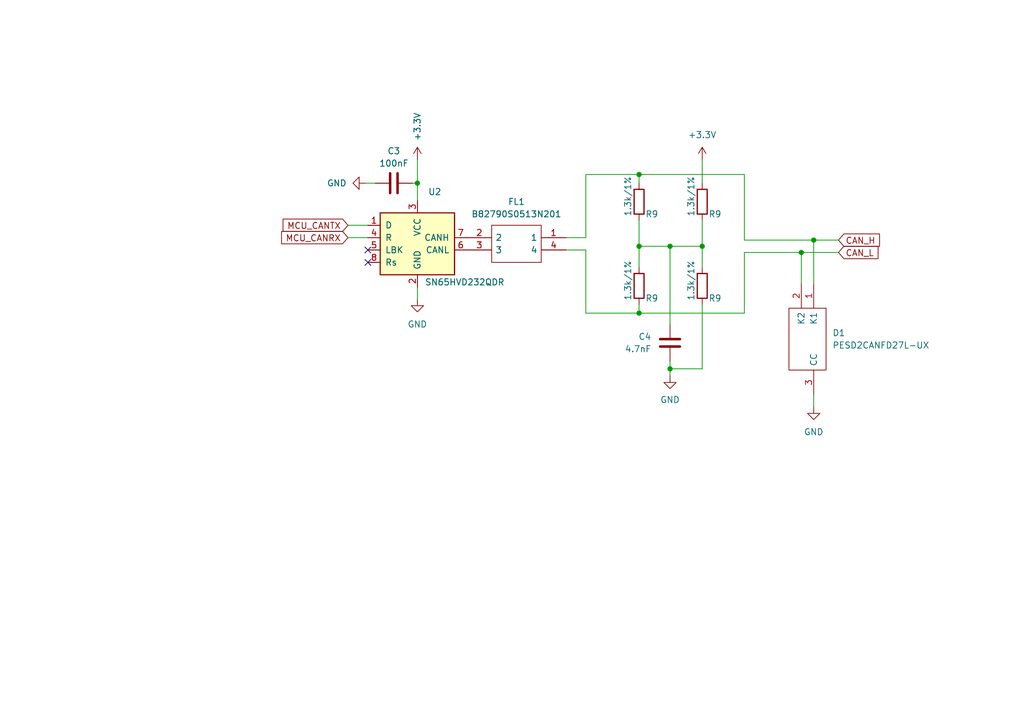
<source format=kicad_sch>
(kicad_sch (version 20230121) (generator eeschema)

  (uuid ba42e0cb-d44e-4071-9261-ecdf726aabe8)

  (paper "A5")

  (title_block
    (title "\"MicroKI\" - Digitale Zusatzanzeigen")
    (date "2023-12-09")
    (rev "P1.1")
    (company "Sascha Werblow aka. LitoWelt")
    (comment 1 "www.github.com/Xilent2010/MicroKI")
    (comment 2 "www.facebook.com/litowelt")
    (comment 3 "www.instagram.com/litowelt")
  )

  (lib_symbols
    (symbol "Device:C" (pin_numbers hide) (pin_names (offset 0.254)) (in_bom yes) (on_board yes)
      (property "Reference" "C" (at 0.635 2.54 0)
        (effects (font (size 1.27 1.27)) (justify left))
      )
      (property "Value" "C" (at 0.635 -2.54 0)
        (effects (font (size 1.27 1.27)) (justify left))
      )
      (property "Footprint" "" (at 0.9652 -3.81 0)
        (effects (font (size 1.27 1.27)) hide)
      )
      (property "Datasheet" "~" (at 0 0 0)
        (effects (font (size 1.27 1.27)) hide)
      )
      (property "ki_keywords" "cap capacitor" (at 0 0 0)
        (effects (font (size 1.27 1.27)) hide)
      )
      (property "ki_description" "Unpolarized capacitor" (at 0 0 0)
        (effects (font (size 1.27 1.27)) hide)
      )
      (property "ki_fp_filters" "C_*" (at 0 0 0)
        (effects (font (size 1.27 1.27)) hide)
      )
      (symbol "C_0_1"
        (polyline
          (pts
            (xy -2.032 -0.762)
            (xy 2.032 -0.762)
          )
          (stroke (width 0.508) (type default))
          (fill (type none))
        )
        (polyline
          (pts
            (xy -2.032 0.762)
            (xy 2.032 0.762)
          )
          (stroke (width 0.508) (type default))
          (fill (type none))
        )
      )
      (symbol "C_1_1"
        (pin passive line (at 0 3.81 270) (length 2.794)
          (name "~" (effects (font (size 1.27 1.27))))
          (number "1" (effects (font (size 1.27 1.27))))
        )
        (pin passive line (at 0 -3.81 90) (length 2.794)
          (name "~" (effects (font (size 1.27 1.27))))
          (number "2" (effects (font (size 1.27 1.27))))
        )
      )
    )
    (symbol "Device:R" (pin_numbers hide) (pin_names (offset 0)) (in_bom yes) (on_board yes)
      (property "Reference" "R" (at 2.032 0 90)
        (effects (font (size 1.27 1.27)))
      )
      (property "Value" "R" (at 0 0 90)
        (effects (font (size 1.27 1.27)))
      )
      (property "Footprint" "" (at -1.778 0 90)
        (effects (font (size 1.27 1.27)) hide)
      )
      (property "Datasheet" "~" (at 0 0 0)
        (effects (font (size 1.27 1.27)) hide)
      )
      (property "ki_keywords" "R res resistor" (at 0 0 0)
        (effects (font (size 1.27 1.27)) hide)
      )
      (property "ki_description" "Resistor" (at 0 0 0)
        (effects (font (size 1.27 1.27)) hide)
      )
      (property "ki_fp_filters" "R_*" (at 0 0 0)
        (effects (font (size 1.27 1.27)) hide)
      )
      (symbol "R_0_1"
        (rectangle (start -1.016 -2.54) (end 1.016 2.54)
          (stroke (width 0.254) (type default))
          (fill (type none))
        )
      )
      (symbol "R_1_1"
        (pin passive line (at 0 3.81 270) (length 1.27)
          (name "~" (effects (font (size 1.27 1.27))))
          (number "1" (effects (font (size 1.27 1.27))))
        )
        (pin passive line (at 0 -3.81 90) (length 1.27)
          (name "~" (effects (font (size 1.27 1.27))))
          (number "2" (effects (font (size 1.27 1.27))))
        )
      )
    )
    (symbol "Interface_CAN_LIN:SN65HVD233" (pin_names (offset 1.016)) (in_bom yes) (on_board yes)
      (property "Reference" "U" (at -2.54 10.16 0)
        (effects (font (size 1.27 1.27)) (justify right))
      )
      (property "Value" "SN65HVD233" (at -2.54 7.62 0)
        (effects (font (size 1.27 1.27)) (justify right))
      )
      (property "Footprint" "Package_SO:SOIC-8_3.9x4.9mm_P1.27mm" (at 0 -12.7 0)
        (effects (font (size 1.27 1.27)) hide)
      )
      (property "Datasheet" "http://www.ti.com/lit/ds/symlink/sn65hvd234.pdf" (at -2.54 10.16 0)
        (effects (font (size 1.27 1.27)) hide)
      )
      (property "ki_keywords" "can transeiver ti" (at 0 0 0)
        (effects (font (size 1.27 1.27)) hide)
      )
      (property "ki_description" "CAN Bus Transceiver, 3.3V, 1Mbps, Loopback feature, SOIC-8" (at 0 0 0)
        (effects (font (size 1.27 1.27)) hide)
      )
      (property "ki_fp_filters" "SOIC*3.9x4.9mm*P1.27mm*" (at 0 0 0)
        (effects (font (size 1.27 1.27)) hide)
      )
      (symbol "SN65HVD233_0_1"
        (rectangle (start -7.62 5.08) (end 7.62 -7.62)
          (stroke (width 0.254) (type default))
          (fill (type background))
        )
      )
      (symbol "SN65HVD233_1_1"
        (pin input line (at -10.16 2.54 0) (length 2.54)
          (name "D" (effects (font (size 1.27 1.27))))
          (number "1" (effects (font (size 1.27 1.27))))
        )
        (pin power_in line (at 0 -10.16 90) (length 2.54)
          (name "GND" (effects (font (size 1.27 1.27))))
          (number "2" (effects (font (size 1.27 1.27))))
        )
        (pin power_in line (at 0 7.62 270) (length 2.54)
          (name "VCC" (effects (font (size 1.27 1.27))))
          (number "3" (effects (font (size 1.27 1.27))))
        )
        (pin output line (at -10.16 0 0) (length 2.54)
          (name "R" (effects (font (size 1.27 1.27))))
          (number "4" (effects (font (size 1.27 1.27))))
        )
        (pin input line (at -10.16 -2.54 0) (length 2.54)
          (name "LBK" (effects (font (size 1.27 1.27))))
          (number "5" (effects (font (size 1.27 1.27))))
        )
        (pin bidirectional line (at 10.16 -2.54 180) (length 2.54)
          (name "CANL" (effects (font (size 1.27 1.27))))
          (number "6" (effects (font (size 1.27 1.27))))
        )
        (pin bidirectional line (at 10.16 0 180) (length 2.54)
          (name "CANH" (effects (font (size 1.27 1.27))))
          (number "7" (effects (font (size 1.27 1.27))))
        )
        (pin input line (at -10.16 -5.08 0) (length 2.54)
          (name "Rs" (effects (font (size 1.27 1.27))))
          (number "8" (effects (font (size 1.27 1.27))))
        )
      )
    )
    (symbol "SamacSys_Parts:B82790S0513N201" (pin_names (offset 0.762)) (in_bom yes) (on_board yes)
      (property "Reference" "FL" (at 16.51 7.62 0)
        (effects (font (size 1.27 1.27)) (justify left))
      )
      (property "Value" "B82790S0513N201" (at 16.51 5.08 0)
        (effects (font (size 1.27 1.27)) (justify left))
      )
      (property "Footprint" "B82790S0513N201" (at 16.51 2.54 0)
        (effects (font (size 1.27 1.27)) (justify left) hide)
      )
      (property "Datasheet" "https://product.tdk.com/system/files/dam/doc/product/emc/emc/cmf_cmc/catalog/b82790c0_s0.pdf" (at 16.51 0 0)
        (effects (font (size 1.27 1.27)) (justify left) hide)
      )
      (property "Description" "Common Mode Filters / Chokes, |Z|=1800 at 10MHz, L x W x T :" (at 16.51 -2.54 0)
        (effects (font (size 1.27 1.27)) (justify left) hide)
      )
      (property "Height" "5.2" (at 16.51 -5.08 0)
        (effects (font (size 1.27 1.27)) (justify left) hide)
      )
      (property "Mouser Part Number" "871-B82790S513N201" (at 16.51 -7.62 0)
        (effects (font (size 1.27 1.27)) (justify left) hide)
      )
      (property "Mouser Price/Stock" "https://www.mouser.co.uk/ProductDetail/EPCOS-TDK/B82790S0513N201?qs=pGJ4H8VyKtWLPNNkNknAFA%3D%3D" (at 16.51 -10.16 0)
        (effects (font (size 1.27 1.27)) (justify left) hide)
      )
      (property "Manufacturer_Name" "TDK" (at 16.51 -12.7 0)
        (effects (font (size 1.27 1.27)) (justify left) hide)
      )
      (property "Manufacturer_Part_Number" "B82790S0513N201" (at 16.51 -15.24 0)
        (effects (font (size 1.27 1.27)) (justify left) hide)
      )
      (property "ki_description" "Common Mode Filters / Chokes, |Z|=1800 at 10MHz, L x W x T :" (at 0 0 0)
        (effects (font (size 1.27 1.27)) hide)
      )
      (symbol "B82790S0513N201_0_0"
        (pin passive line (at 20.32 0 180) (length 5.08)
          (name "1" (effects (font (size 1.27 1.27))))
          (number "1" (effects (font (size 1.27 1.27))))
        )
        (pin passive line (at 0 0 0) (length 5.08)
          (name "2" (effects (font (size 1.27 1.27))))
          (number "2" (effects (font (size 1.27 1.27))))
        )
        (pin passive line (at 0 -2.54 0) (length 5.08)
          (name "3" (effects (font (size 1.27 1.27))))
          (number "3" (effects (font (size 1.27 1.27))))
        )
        (pin passive line (at 20.32 -2.54 180) (length 5.08)
          (name "4" (effects (font (size 1.27 1.27))))
          (number "4" (effects (font (size 1.27 1.27))))
        )
      )
      (symbol "B82790S0513N201_0_1"
        (polyline
          (pts
            (xy 5.08 2.54)
            (xy 15.24 2.54)
            (xy 15.24 -5.08)
            (xy 5.08 -5.08)
            (xy 5.08 2.54)
          )
          (stroke (width 0.1524) (type solid))
          (fill (type none))
        )
      )
    )
    (symbol "SamacSys_Parts:PESD2CANFD27L-UX" (pin_names (offset 0.762)) (in_bom yes) (on_board yes)
      (property "Reference" "D" (at 19.05 7.62 0)
        (effects (font (size 1.27 1.27)) (justify left))
      )
      (property "Value" "PESD2CANFD27L-UX" (at 19.05 5.08 0)
        (effects (font (size 1.27 1.27)) (justify left))
      )
      (property "Footprint" "SOT65P210X110-3N" (at 19.05 2.54 0)
        (effects (font (size 1.27 1.27)) (justify left) hide)
      )
      (property "Datasheet" "https://assets.nexperia.com/documents/data-sheet/PESD2CANFD27L-U.pdf" (at 19.05 0 0)
        (effects (font (size 1.27 1.27)) (justify left) hide)
      )
      (property "Description" "PESD2CANFD27L-U - ESD protection for In-vehicle networks" (at 19.05 -2.54 0)
        (effects (font (size 1.27 1.27)) (justify left) hide)
      )
      (property "Height" "1.1" (at 19.05 -5.08 0)
        (effects (font (size 1.27 1.27)) (justify left) hide)
      )
      (property "Mouser Part Number" "771-PESD2CANFD27L-UX" (at 19.05 -7.62 0)
        (effects (font (size 1.27 1.27)) (justify left) hide)
      )
      (property "Mouser Price/Stock" "https://www.mouser.co.uk/ProductDetail/Nexperia/PESD2CANFD27L-UX?qs=sPbYRqrBIVkgjetV%2FANAFQ%3D%3D" (at 19.05 -10.16 0)
        (effects (font (size 1.27 1.27)) (justify left) hide)
      )
      (property "Manufacturer_Name" "Nexperia" (at 19.05 -12.7 0)
        (effects (font (size 1.27 1.27)) (justify left) hide)
      )
      (property "Manufacturer_Part_Number" "PESD2CANFD27L-UX" (at 19.05 -15.24 0)
        (effects (font (size 1.27 1.27)) (justify left) hide)
      )
      (property "ki_description" "PESD2CANFD27L-U - ESD protection for In-vehicle networks" (at 0 0 0)
        (effects (font (size 1.27 1.27)) hide)
      )
      (symbol "PESD2CANFD27L-UX_0_0"
        (pin passive line (at 0 0 0) (length 5.08)
          (name "K1" (effects (font (size 1.27 1.27))))
          (number "1" (effects (font (size 1.27 1.27))))
        )
        (pin passive line (at 0 -2.54 0) (length 5.08)
          (name "K2" (effects (font (size 1.27 1.27))))
          (number "2" (effects (font (size 1.27 1.27))))
        )
        (pin passive line (at 22.86 0 180) (length 5.08)
          (name "CC" (effects (font (size 1.27 1.27))))
          (number "3" (effects (font (size 1.27 1.27))))
        )
      )
      (symbol "PESD2CANFD27L-UX_0_1"
        (polyline
          (pts
            (xy 5.08 2.54)
            (xy 17.78 2.54)
            (xy 17.78 -5.08)
            (xy 5.08 -5.08)
            (xy 5.08 2.54)
          )
          (stroke (width 0.1524) (type solid))
          (fill (type none))
        )
      )
    )
    (symbol "power:+3.3V" (power) (pin_names (offset 0)) (in_bom yes) (on_board yes)
      (property "Reference" "#PWR" (at 0 -3.81 0)
        (effects (font (size 1.27 1.27)) hide)
      )
      (property "Value" "+3.3V" (at 0 3.556 0)
        (effects (font (size 1.27 1.27)))
      )
      (property "Footprint" "" (at 0 0 0)
        (effects (font (size 1.27 1.27)) hide)
      )
      (property "Datasheet" "" (at 0 0 0)
        (effects (font (size 1.27 1.27)) hide)
      )
      (property "ki_keywords" "global power" (at 0 0 0)
        (effects (font (size 1.27 1.27)) hide)
      )
      (property "ki_description" "Power symbol creates a global label with name \"+3.3V\"" (at 0 0 0)
        (effects (font (size 1.27 1.27)) hide)
      )
      (symbol "+3.3V_0_1"
        (polyline
          (pts
            (xy -0.762 1.27)
            (xy 0 2.54)
          )
          (stroke (width 0) (type default))
          (fill (type none))
        )
        (polyline
          (pts
            (xy 0 0)
            (xy 0 2.54)
          )
          (stroke (width 0) (type default))
          (fill (type none))
        )
        (polyline
          (pts
            (xy 0 2.54)
            (xy 0.762 1.27)
          )
          (stroke (width 0) (type default))
          (fill (type none))
        )
      )
      (symbol "+3.3V_1_1"
        (pin power_in line (at 0 0 90) (length 0) hide
          (name "+3.3V" (effects (font (size 1.27 1.27))))
          (number "1" (effects (font (size 1.27 1.27))))
        )
      )
    )
    (symbol "power:GND" (power) (pin_names (offset 0)) (in_bom yes) (on_board yes)
      (property "Reference" "#PWR" (at 0 -6.35 0)
        (effects (font (size 1.27 1.27)) hide)
      )
      (property "Value" "GND" (at 0 -3.81 0)
        (effects (font (size 1.27 1.27)))
      )
      (property "Footprint" "" (at 0 0 0)
        (effects (font (size 1.27 1.27)) hide)
      )
      (property "Datasheet" "" (at 0 0 0)
        (effects (font (size 1.27 1.27)) hide)
      )
      (property "ki_keywords" "global power" (at 0 0 0)
        (effects (font (size 1.27 1.27)) hide)
      )
      (property "ki_description" "Power symbol creates a global label with name \"GND\" , ground" (at 0 0 0)
        (effects (font (size 1.27 1.27)) hide)
      )
      (symbol "GND_0_1"
        (polyline
          (pts
            (xy 0 0)
            (xy 0 -1.27)
            (xy 1.27 -1.27)
            (xy 0 -2.54)
            (xy -1.27 -1.27)
            (xy 0 -1.27)
          )
          (stroke (width 0) (type default))
          (fill (type none))
        )
      )
      (symbol "GND_1_1"
        (pin power_in line (at 0 0 270) (length 0) hide
          (name "GND" (effects (font (size 1.27 1.27))))
          (number "1" (effects (font (size 1.27 1.27))))
        )
      )
    )
  )

  (junction (at 85.598 37.592) (diameter 0) (color 0 0 0 0)
    (uuid 13e8d5e1-e6ff-40f5-a392-7e263c19f9f2)
  )
  (junction (at 164.338 51.816) (diameter 0) (color 0 0 0 0)
    (uuid 30d444f7-f869-4607-b2f4-79c00e01da22)
  )
  (junction (at 166.878 49.276) (diameter 0) (color 0 0 0 0)
    (uuid 43a0ee0d-2d9e-4bf3-8b82-d594dafb065a)
  )
  (junction (at 131.064 50.546) (diameter 0) (color 0 0 0 0)
    (uuid 4ea25ae7-f71c-458c-af9d-27c915bbfb25)
  )
  (junction (at 144.018 50.546) (diameter 0) (color 0 0 0 0)
    (uuid 518c9d64-2781-4516-a967-d8de9e0b0b4c)
  )
  (junction (at 137.414 75.692) (diameter 0) (color 0 0 0 0)
    (uuid 9efe04d6-bd50-46ff-a568-49bc7604ddd6)
  )
  (junction (at 137.414 50.546) (diameter 0) (color 0 0 0 0)
    (uuid a9a2cdde-7ad5-449d-a3d5-389734d7ef3b)
  )
  (junction (at 131.064 64.262) (diameter 0) (color 0 0 0 0)
    (uuid b52798df-9dd0-4e5d-9331-417621cb042d)
  )
  (junction (at 131.064 35.814) (diameter 0) (color 0 0 0 0)
    (uuid ef770e55-f392-4596-b580-2a8b1c435d7c)
  )

  (no_connect (at 75.438 53.848) (uuid a92ae85b-1a97-46d6-bfd8-9ab5083a14a7))
  (no_connect (at 75.438 51.308) (uuid ec1a083c-63e0-4ce9-93e3-d40f20018f38))

  (wire (pts (xy 85.598 58.928) (xy 85.598 61.468))
    (stroke (width 0) (type default))
    (uuid 10bc11b0-adc0-4446-9050-24a404db3ca5)
  )
  (wire (pts (xy 131.064 64.262) (xy 120.142 64.262))
    (stroke (width 0) (type default))
    (uuid 2036dd4d-24b5-4a38-81db-ffbf6221bf7b)
  )
  (wire (pts (xy 120.142 48.768) (xy 116.078 48.768))
    (stroke (width 0) (type default))
    (uuid 2b9767f1-f1fb-41e7-afa3-97ce714b3033)
  )
  (wire (pts (xy 144.018 62.484) (xy 144.018 75.692))
    (stroke (width 0) (type default))
    (uuid 2bf0de02-5438-42ca-b2bc-518009bf05e7)
  )
  (wire (pts (xy 152.654 64.262) (xy 131.064 64.262))
    (stroke (width 0) (type default))
    (uuid 3257b927-8d58-404c-8e9a-2d57dd1390e3)
  )
  (wire (pts (xy 137.414 75.692) (xy 137.414 77.216))
    (stroke (width 0) (type default))
    (uuid 32ca9e1a-0db8-47d6-8e4b-0b5d573ec39c)
  )
  (wire (pts (xy 166.878 49.276) (xy 171.958 49.276))
    (stroke (width 0) (type default))
    (uuid 3ad76376-2877-4aa5-91b2-a3f09dc7fa9e)
  )
  (wire (pts (xy 120.142 35.814) (xy 120.142 48.768))
    (stroke (width 0) (type default))
    (uuid 3be86737-176a-4bd4-92ef-96037699ae89)
  )
  (wire (pts (xy 131.064 37.592) (xy 131.064 35.814))
    (stroke (width 0) (type default))
    (uuid 3c69ee83-222b-461c-b119-8fe35f02bd69)
  )
  (wire (pts (xy 131.064 50.546) (xy 131.064 54.864))
    (stroke (width 0) (type default))
    (uuid 3dbacc99-029d-43fd-9d8c-07a62482a6f8)
  )
  (wire (pts (xy 85.598 37.592) (xy 85.598 41.148))
    (stroke (width 0) (type default))
    (uuid 48faa168-0a42-41cd-9aae-967d81434508)
  )
  (wire (pts (xy 152.654 35.814) (xy 131.064 35.814))
    (stroke (width 0) (type default))
    (uuid 49dacd34-cde8-4a08-9cec-be1913b7b104)
  )
  (wire (pts (xy 120.142 64.262) (xy 120.142 51.308))
    (stroke (width 0) (type default))
    (uuid 4f75dfed-7762-44d8-aed9-2d3d8d79ccd1)
  )
  (wire (pts (xy 84.582 37.592) (xy 85.598 37.592))
    (stroke (width 0) (type default))
    (uuid 536b77b1-a75a-48c8-8538-5d4fb208830e)
  )
  (wire (pts (xy 137.414 74.168) (xy 137.414 75.692))
    (stroke (width 0) (type default))
    (uuid 5e7ee549-13bb-493f-8249-ab4cee5d59f2)
  )
  (wire (pts (xy 120.142 51.308) (xy 116.078 51.308))
    (stroke (width 0) (type default))
    (uuid 5efd6e02-659a-451d-8285-12a25e0f6e9b)
  )
  (wire (pts (xy 152.654 49.276) (xy 152.654 35.814))
    (stroke (width 0) (type default))
    (uuid 6a5cf8d1-3ae1-4274-81f0-ab3bacf4c54f)
  )
  (wire (pts (xy 131.064 35.814) (xy 120.142 35.814))
    (stroke (width 0) (type default))
    (uuid 7108de7f-7953-48de-94eb-a0138eaa8635)
  )
  (wire (pts (xy 166.878 81.026) (xy 166.878 83.566))
    (stroke (width 0) (type default))
    (uuid 74d900fc-eb72-4af2-ade0-74dc8a7e98b6)
  )
  (wire (pts (xy 71.374 48.768) (xy 75.438 48.768))
    (stroke (width 0) (type default))
    (uuid 8a22e402-ce48-46c6-ac45-cc80e4e5521f)
  )
  (wire (pts (xy 164.338 58.166) (xy 164.338 51.816))
    (stroke (width 0) (type default))
    (uuid 8e991570-7035-46d1-bab3-ee35f199f186)
  )
  (wire (pts (xy 131.064 45.212) (xy 131.064 50.546))
    (stroke (width 0) (type default))
    (uuid 8faef9a5-06e7-4fd2-a700-4167996081ee)
  )
  (wire (pts (xy 144.018 45.212) (xy 144.018 50.546))
    (stroke (width 0) (type default))
    (uuid 9a424794-52d9-4763-a121-5564e7eb3848)
  )
  (wire (pts (xy 144.018 32.766) (xy 144.018 37.592))
    (stroke (width 0) (type default))
    (uuid 9d2392d7-bef1-4a8e-9638-c7048f59829c)
  )
  (wire (pts (xy 152.654 51.816) (xy 152.654 64.262))
    (stroke (width 0) (type default))
    (uuid a26323a5-e9e0-41b7-bfa2-ae280193b2de)
  )
  (wire (pts (xy 74.93 37.592) (xy 76.962 37.592))
    (stroke (width 0) (type default))
    (uuid a3e79266-85fd-40f1-a9e1-d3cf4db693f0)
  )
  (wire (pts (xy 164.338 51.816) (xy 171.958 51.816))
    (stroke (width 0) (type default))
    (uuid aebff9ad-9bba-4d17-899d-11eedba82587)
  )
  (wire (pts (xy 144.018 50.546) (xy 144.018 54.864))
    (stroke (width 0) (type default))
    (uuid b63bc818-17fc-4c82-ac5f-3f32f93505b7)
  )
  (wire (pts (xy 137.414 50.546) (xy 144.018 50.546))
    (stroke (width 0) (type default))
    (uuid bb23c887-c57d-409d-a9fa-92de853025c6)
  )
  (wire (pts (xy 137.414 50.546) (xy 137.414 66.548))
    (stroke (width 0) (type default))
    (uuid bdb395df-a8e3-4f88-b8fe-0f0a2a8cbe83)
  )
  (wire (pts (xy 152.654 49.276) (xy 166.878 49.276))
    (stroke (width 0) (type default))
    (uuid be062fc3-9d35-4bd5-a38b-d541618fd2cc)
  )
  (wire (pts (xy 137.414 75.692) (xy 144.018 75.692))
    (stroke (width 0) (type default))
    (uuid bfbdaf90-f679-411e-92c7-dc35ab98e94c)
  )
  (wire (pts (xy 85.598 32.766) (xy 85.598 37.592))
    (stroke (width 0) (type default))
    (uuid cb7408dc-a0fc-4493-926c-45bb71c819cd)
  )
  (wire (pts (xy 166.878 58.166) (xy 166.878 49.276))
    (stroke (width 0) (type default))
    (uuid d1c81325-22c8-4947-a019-54150459ac44)
  )
  (wire (pts (xy 152.654 51.816) (xy 164.338 51.816))
    (stroke (width 0) (type default))
    (uuid d699b00a-0c99-4663-bd67-0f6711fa7c2a)
  )
  (wire (pts (xy 71.374 46.228) (xy 75.438 46.228))
    (stroke (width 0) (type default))
    (uuid d9757507-0e42-4494-ac1e-f17ccd121507)
  )
  (wire (pts (xy 131.064 50.546) (xy 137.414 50.546))
    (stroke (width 0) (type default))
    (uuid e77cfd6a-5690-4e89-b032-2c5d14112d04)
  )
  (wire (pts (xy 131.064 62.484) (xy 131.064 64.262))
    (stroke (width 0) (type default))
    (uuid ffd8c7c1-a504-445c-87bc-2e360b930dee)
  )

  (global_label "CAN_H" (shape input) (at 171.958 49.276 0) (fields_autoplaced)
    (effects (font (size 1.27 1.27)) (justify left))
    (uuid 4b943296-c25a-4d97-a28c-5bfce806e690)
    (property "Intersheetrefs" "${INTERSHEET_REFS}" (at 180.9304 49.276 0)
      (effects (font (size 1.27 1.27)) (justify left) hide)
    )
  )
  (global_label "CAN_L" (shape input) (at 171.958 51.816 0) (fields_autoplaced)
    (effects (font (size 1.27 1.27)) (justify left))
    (uuid 80b0a0d0-b540-441b-83e0-4ece22c99422)
    (property "Intersheetrefs" "${INTERSHEET_REFS}" (at 180.628 51.816 0)
      (effects (font (size 1.27 1.27)) (justify left) hide)
    )
  )
  (global_label "MCU_CANRX" (shape input) (at 71.374 48.768 180) (fields_autoplaced)
    (effects (font (size 1.27 1.27)) (justify right))
    (uuid baff670e-e0a7-4351-8ef0-9c087e3c456d)
    (property "Intersheetrefs" "${INTERSHEET_REFS}" (at 57.2007 48.768 0)
      (effects (font (size 1.27 1.27)) (justify right) hide)
    )
  )
  (global_label "MCU_CANTX" (shape input) (at 71.374 46.228 180) (fields_autoplaced)
    (effects (font (size 1.27 1.27)) (justify right))
    (uuid d5357b2c-888a-4f30-aba5-7f69055d506a)
    (property "Intersheetrefs" "${INTERSHEET_REFS}" (at 57.5031 46.228 0)
      (effects (font (size 1.27 1.27)) (justify right) hide)
    )
  )

  (symbol (lib_id "power:GND") (at 85.598 61.468 0) (unit 1)
    (in_bom yes) (on_board yes) (dnp no) (fields_autoplaced)
    (uuid 08373431-b26b-4e83-acf9-e8b14f90a32a)
    (property "Reference" "#PWR05" (at 85.598 67.818 0)
      (effects (font (size 1.27 1.27)) hide)
    )
    (property "Value" "GND" (at 85.598 66.548 0)
      (effects (font (size 1.27 1.27)))
    )
    (property "Footprint" "" (at 85.598 61.468 0)
      (effects (font (size 1.27 1.27)) hide)
    )
    (property "Datasheet" "" (at 85.598 61.468 0)
      (effects (font (size 1.27 1.27)) hide)
    )
    (pin "1" (uuid db2935c4-8518-4dbf-bec7-25a28ee23519))
    (instances
      (project "MicroKI"
        (path "/b52cb6cc-e548-4f7b-a39a-793f2389ec7d"
          (reference "#PWR05") (unit 1)
        )
        (path "/b52cb6cc-e548-4f7b-a39a-793f2389ec7d/369f42b7-ecbd-4934-bc92-5ba69812f377"
          (reference "#PWR036") (unit 1)
        )
      )
    )
  )

  (symbol (lib_id "Device:R") (at 131.064 58.674 180) (unit 1)
    (in_bom yes) (on_board yes) (dnp no)
    (uuid 0b183fd5-0fe1-401c-886b-4cc1a496cf47)
    (property "Reference" "R9" (at 132.334 61.214 0)
      (effects (font (size 1.27 1.27)) (justify right))
    )
    (property "Value" "1.3k/1%" (at 128.778 61.722 90)
      (effects (font (size 1.27 1.27)) (justify right))
    )
    (property "Footprint" "Resistor_SMD:R_0805_2012Metric" (at 132.842 58.674 90)
      (effects (font (size 1.27 1.27)) hide)
    )
    (property "Datasheet" "~" (at 131.064 58.674 0)
      (effects (font (size 1.27 1.27)) hide)
    )
    (property "Manufacturer_Name" "Panasonic" (at 131.064 58.674 0)
      (effects (font (size 1.27 1.27)) hide)
    )
    (property "Manufacturer_Part_Number" "ERJ-P06D1001V" (at 131.064 58.674 0)
      (effects (font (size 1.27 1.27)) hide)
    )
    (property "Mouser Part Number" "667-ERJ-P06D1001V" (at 131.064 58.674 0)
      (effects (font (size 1.27 1.27)) hide)
    )
    (pin "1" (uuid bf610d91-0954-4d88-acc9-11e2418b2190))
    (pin "2" (uuid f6d6a036-db7c-4c57-8b09-a9826a0403c8))
    (instances
      (project "MicroKI"
        (path "/b52cb6cc-e548-4f7b-a39a-793f2389ec7d"
          (reference "R9") (unit 1)
        )
        (path "/b52cb6cc-e548-4f7b-a39a-793f2389ec7d/03c71e73-8986-4a16-b1e4-dd9d791fad49"
          (reference "R27") (unit 1)
        )
        (path "/b52cb6cc-e548-4f7b-a39a-793f2389ec7d/369f42b7-ecbd-4934-bc92-5ba69812f377"
          (reference "R32") (unit 1)
        )
      )
    )
  )

  (symbol (lib_id "Device:C") (at 80.772 37.592 90) (unit 1)
    (in_bom yes) (on_board yes) (dnp no) (fields_autoplaced)
    (uuid 181b56ba-2140-4747-80a8-335f5240e56e)
    (property "Reference" "C3" (at 80.772 30.988 90)
      (effects (font (size 1.27 1.27)))
    )
    (property "Value" "100nF" (at 80.772 33.528 90)
      (effects (font (size 1.27 1.27)))
    )
    (property "Footprint" "Capacitor_SMD:C_0805_2012Metric" (at 84.582 36.6268 0)
      (effects (font (size 1.27 1.27)) hide)
    )
    (property "Datasheet" "~" (at 80.772 37.592 0)
      (effects (font (size 1.27 1.27)) hide)
    )
    (property "Manufacturer_Name" "KEMET" (at 80.772 37.592 0)
      (effects (font (size 1.27 1.27)) hide)
    )
    (property "Manufacturer_Part_Number" "C0805C104M5RAC7025" (at 80.772 37.592 0)
      (effects (font (size 1.27 1.27)) hide)
    )
    (property "Mouser Part Number" "80-C0805C104M5RACTM" (at 80.772 37.592 0)
      (effects (font (size 1.27 1.27)) hide)
    )
    (pin "1" (uuid dc701746-2081-43fd-a03c-941c0524e000))
    (pin "2" (uuid 977e0925-af4b-4b74-b7bd-8b692bdf4c6b))
    (instances
      (project "MicroKI"
        (path "/b52cb6cc-e548-4f7b-a39a-793f2389ec7d"
          (reference "C3") (unit 1)
        )
        (path "/b52cb6cc-e548-4f7b-a39a-793f2389ec7d/369f42b7-ecbd-4934-bc92-5ba69812f377"
          (reference "C24") (unit 1)
        )
      )
    )
  )

  (symbol (lib_id "power:GND") (at 137.414 77.216 0) (unit 1)
    (in_bom yes) (on_board yes) (dnp no) (fields_autoplaced)
    (uuid 1989a23a-048e-4c27-a451-c1507b9af043)
    (property "Reference" "#PWR037" (at 137.414 83.566 0)
      (effects (font (size 1.27 1.27)) hide)
    )
    (property "Value" "GND" (at 137.414 82.042 0)
      (effects (font (size 1.27 1.27)))
    )
    (property "Footprint" "" (at 137.414 77.216 0)
      (effects (font (size 1.27 1.27)) hide)
    )
    (property "Datasheet" "" (at 137.414 77.216 0)
      (effects (font (size 1.27 1.27)) hide)
    )
    (pin "1" (uuid 218654d3-2063-406f-b91c-00cfa6e3fb3d))
    (instances
      (project "MicroKI"
        (path "/b52cb6cc-e548-4f7b-a39a-793f2389ec7d/369f42b7-ecbd-4934-bc92-5ba69812f377"
          (reference "#PWR037") (unit 1)
        )
      )
    )
  )

  (symbol (lib_id "Device:R") (at 144.018 58.674 180) (unit 1)
    (in_bom yes) (on_board yes) (dnp no)
    (uuid 28e8631b-fd2e-4df7-979e-1c76beb267c6)
    (property "Reference" "R9" (at 145.288 61.214 0)
      (effects (font (size 1.27 1.27)) (justify right))
    )
    (property "Value" "1.3k/1%" (at 141.732 61.722 90)
      (effects (font (size 1.27 1.27)) (justify right))
    )
    (property "Footprint" "Resistor_SMD:R_0805_2012Metric" (at 145.796 58.674 90)
      (effects (font (size 1.27 1.27)) hide)
    )
    (property "Datasheet" "~" (at 144.018 58.674 0)
      (effects (font (size 1.27 1.27)) hide)
    )
    (property "Manufacturer_Name" "Panasonic" (at 144.018 58.674 0)
      (effects (font (size 1.27 1.27)) hide)
    )
    (property "Manufacturer_Part_Number" "ERJ-P06D1001V" (at 144.018 58.674 0)
      (effects (font (size 1.27 1.27)) hide)
    )
    (property "Mouser Part Number" "667-ERJ-P06D1001V" (at 144.018 58.674 0)
      (effects (font (size 1.27 1.27)) hide)
    )
    (pin "1" (uuid a2c09365-e318-4fd6-b658-b1bad1df6e05))
    (pin "2" (uuid 5623e3f7-e8f6-4ed7-9f94-87b8135f3626))
    (instances
      (project "MicroKI"
        (path "/b52cb6cc-e548-4f7b-a39a-793f2389ec7d"
          (reference "R9") (unit 1)
        )
        (path "/b52cb6cc-e548-4f7b-a39a-793f2389ec7d/03c71e73-8986-4a16-b1e4-dd9d791fad49"
          (reference "R27") (unit 1)
        )
        (path "/b52cb6cc-e548-4f7b-a39a-793f2389ec7d/369f42b7-ecbd-4934-bc92-5ba69812f377"
          (reference "R34") (unit 1)
        )
      )
    )
  )

  (symbol (lib_id "Device:R") (at 144.018 41.402 180) (unit 1)
    (in_bom yes) (on_board yes) (dnp no)
    (uuid 3cbfc3d5-bebf-48e4-89e0-74f120651fc8)
    (property "Reference" "R9" (at 145.288 43.942 0)
      (effects (font (size 1.27 1.27)) (justify right))
    )
    (property "Value" "1.3k/1%" (at 141.732 44.45 90)
      (effects (font (size 1.27 1.27)) (justify right))
    )
    (property "Footprint" "Resistor_SMD:R_0805_2012Metric" (at 145.796 41.402 90)
      (effects (font (size 1.27 1.27)) hide)
    )
    (property "Datasheet" "~" (at 144.018 41.402 0)
      (effects (font (size 1.27 1.27)) hide)
    )
    (property "Manufacturer_Name" "Panasonic" (at 144.018 41.402 0)
      (effects (font (size 1.27 1.27)) hide)
    )
    (property "Manufacturer_Part_Number" "ERJ-P06D1001V" (at 144.018 41.402 0)
      (effects (font (size 1.27 1.27)) hide)
    )
    (property "Mouser Part Number" "667-ERJ-P06D1001V" (at 144.018 41.402 0)
      (effects (font (size 1.27 1.27)) hide)
    )
    (pin "1" (uuid e81240b2-8386-4a94-851d-2ea65fdb98d0))
    (pin "2" (uuid 174e5327-9f22-48d5-820a-7885682ebc97))
    (instances
      (project "MicroKI"
        (path "/b52cb6cc-e548-4f7b-a39a-793f2389ec7d"
          (reference "R9") (unit 1)
        )
        (path "/b52cb6cc-e548-4f7b-a39a-793f2389ec7d/03c71e73-8986-4a16-b1e4-dd9d791fad49"
          (reference "R27") (unit 1)
        )
        (path "/b52cb6cc-e548-4f7b-a39a-793f2389ec7d/369f42b7-ecbd-4934-bc92-5ba69812f377"
          (reference "R33") (unit 1)
        )
      )
    )
  )

  (symbol (lib_id "power:GND") (at 166.878 83.566 0) (unit 1)
    (in_bom yes) (on_board yes) (dnp no) (fields_autoplaced)
    (uuid 647bb3ea-ae16-436f-bf88-7d5024aa5e50)
    (property "Reference" "#PWR08" (at 166.878 89.916 0)
      (effects (font (size 1.27 1.27)) hide)
    )
    (property "Value" "GND" (at 166.878 88.646 0)
      (effects (font (size 1.27 1.27)))
    )
    (property "Footprint" "" (at 166.878 83.566 0)
      (effects (font (size 1.27 1.27)) hide)
    )
    (property "Datasheet" "" (at 166.878 83.566 0)
      (effects (font (size 1.27 1.27)) hide)
    )
    (pin "1" (uuid 25c83df7-cb63-4bd5-8d36-3697d661a80d))
    (instances
      (project "MicroKI"
        (path "/b52cb6cc-e548-4f7b-a39a-793f2389ec7d"
          (reference "#PWR08") (unit 1)
        )
        (path "/b52cb6cc-e548-4f7b-a39a-793f2389ec7d/369f42b7-ecbd-4934-bc92-5ba69812f377"
          (reference "#PWR039") (unit 1)
        )
      )
    )
  )

  (symbol (lib_id "Device:R") (at 131.064 41.402 180) (unit 1)
    (in_bom yes) (on_board yes) (dnp no)
    (uuid 6b0befcb-3c10-4e1c-b470-f7679ef13ec8)
    (property "Reference" "R9" (at 132.334 43.942 0)
      (effects (font (size 1.27 1.27)) (justify right))
    )
    (property "Value" "1.3k/1%" (at 128.778 44.45 90)
      (effects (font (size 1.27 1.27)) (justify right))
    )
    (property "Footprint" "Resistor_SMD:R_0805_2012Metric" (at 132.842 41.402 90)
      (effects (font (size 1.27 1.27)) hide)
    )
    (property "Datasheet" "~" (at 131.064 41.402 0)
      (effects (font (size 1.27 1.27)) hide)
    )
    (property "Manufacturer_Name" "Panasonic" (at 131.064 41.402 0)
      (effects (font (size 1.27 1.27)) hide)
    )
    (property "Manufacturer_Part_Number" "ERJ-P06D1001V" (at 131.064 41.402 0)
      (effects (font (size 1.27 1.27)) hide)
    )
    (property "Mouser Part Number" "667-ERJ-P06D1001V" (at 131.064 41.402 0)
      (effects (font (size 1.27 1.27)) hide)
    )
    (pin "1" (uuid 30f36004-4ede-40df-abb7-ec693d9b6d82))
    (pin "2" (uuid 8601bd8a-ef5e-487c-a8b6-733bbe5c25f3))
    (instances
      (project "MicroKI"
        (path "/b52cb6cc-e548-4f7b-a39a-793f2389ec7d"
          (reference "R9") (unit 1)
        )
        (path "/b52cb6cc-e548-4f7b-a39a-793f2389ec7d/03c71e73-8986-4a16-b1e4-dd9d791fad49"
          (reference "R27") (unit 1)
        )
        (path "/b52cb6cc-e548-4f7b-a39a-793f2389ec7d/369f42b7-ecbd-4934-bc92-5ba69812f377"
          (reference "R31") (unit 1)
        )
      )
    )
  )

  (symbol (lib_id "Device:C") (at 137.414 70.358 0) (mirror y) (unit 1)
    (in_bom yes) (on_board yes) (dnp no)
    (uuid 6befd624-83fc-45d8-92da-674d7ab483cc)
    (property "Reference" "C4" (at 133.604 69.088 0)
      (effects (font (size 1.27 1.27)) (justify left))
    )
    (property "Value" "4.7nF" (at 133.604 71.628 0)
      (effects (font (size 1.27 1.27)) (justify left))
    )
    (property "Footprint" "Capacitor_SMD:C_0805_2012Metric" (at 136.4488 74.168 0)
      (effects (font (size 1.27 1.27)) hide)
    )
    (property "Datasheet" "~" (at 137.414 70.358 0)
      (effects (font (size 1.27 1.27)) hide)
    )
    (property "Manufacturer_Name" "KEMET" (at 137.414 70.358 0)
      (effects (font (size 1.27 1.27)) hide)
    )
    (property "Manufacturer_Part_Number" "C0805C104M5RAC7025" (at 137.414 70.358 0)
      (effects (font (size 1.27 1.27)) hide)
    )
    (property "Mouser Part Number" "80-C0805C104M5RACTM" (at 137.414 70.358 0)
      (effects (font (size 1.27 1.27)) hide)
    )
    (pin "1" (uuid a9493d3c-c57c-441b-ba93-f0a697b482e9))
    (pin "2" (uuid b5a8cf1c-3fb1-4400-b812-8d6d3af9cf34))
    (instances
      (project "MicroKI"
        (path "/b52cb6cc-e548-4f7b-a39a-793f2389ec7d"
          (reference "C4") (unit 1)
        )
        (path "/b52cb6cc-e548-4f7b-a39a-793f2389ec7d/369f42b7-ecbd-4934-bc92-5ba69812f377"
          (reference "C25") (unit 1)
        )
      )
    )
  )

  (symbol (lib_id "Interface_CAN_LIN:SN65HVD233") (at 85.598 48.768 0) (unit 1)
    (in_bom yes) (on_board yes) (dnp no)
    (uuid 818cad1a-5712-4a06-a235-a7f9067a9d21)
    (property "Reference" "U2" (at 87.7921 39.37 0)
      (effects (font (size 1.27 1.27)) (justify left))
    )
    (property "Value" "SN65HVD232QDR" (at 87.122 57.912 0)
      (effects (font (size 1.27 1.27)) (justify left))
    )
    (property "Footprint" "Package_SO:SOIC-8_3.9x4.9mm_P1.27mm" (at 85.598 61.468 0)
      (effects (font (size 1.27 1.27)) hide)
    )
    (property "Datasheet" "http://www.ti.com/lit/ds/symlink/sn65hvd234.pdf" (at 83.058 38.608 0)
      (effects (font (size 1.27 1.27)) hide)
    )
    (pin "1" (uuid e961f67a-53cf-4f74-b52a-0998b54dc7b3))
    (pin "2" (uuid 4b68c4d3-94ca-4684-b534-64dd81ff4a3e))
    (pin "3" (uuid 7dd6353c-65a4-4a5d-894f-3ab2a911a376))
    (pin "4" (uuid 9a6b0a3f-cffe-40be-a1e2-716fc04e660b))
    (pin "5" (uuid 53ff25d1-8a11-4008-bdd8-a2b5051f3256))
    (pin "6" (uuid 75057c74-cab4-4c3c-a3c4-0be139d2c3d4))
    (pin "7" (uuid a683d476-6454-4f1c-a895-3d7856e39d0e))
    (pin "8" (uuid 1932a2da-4191-4c66-9f21-c17048315f8c))
    (instances
      (project "MicroKI"
        (path "/b52cb6cc-e548-4f7b-a39a-793f2389ec7d/369f42b7-ecbd-4934-bc92-5ba69812f377"
          (reference "U2") (unit 1)
        )
      )
    )
  )

  (symbol (lib_id "power:GND") (at 74.93 37.592 270) (unit 1)
    (in_bom yes) (on_board yes) (dnp no) (fields_autoplaced)
    (uuid 85811b69-24c3-44ba-bb2b-8cc6a936b297)
    (property "Reference" "#PWR05" (at 68.58 37.592 0)
      (effects (font (size 1.27 1.27)) hide)
    )
    (property "Value" "GND" (at 71.12 37.592 90)
      (effects (font (size 1.27 1.27)) (justify right))
    )
    (property "Footprint" "" (at 74.93 37.592 0)
      (effects (font (size 1.27 1.27)) hide)
    )
    (property "Datasheet" "" (at 74.93 37.592 0)
      (effects (font (size 1.27 1.27)) hide)
    )
    (pin "1" (uuid c8c42deb-1130-4f8e-9688-3b4a39342940))
    (instances
      (project "MicroKI"
        (path "/b52cb6cc-e548-4f7b-a39a-793f2389ec7d"
          (reference "#PWR05") (unit 1)
        )
        (path "/b52cb6cc-e548-4f7b-a39a-793f2389ec7d/369f42b7-ecbd-4934-bc92-5ba69812f377"
          (reference "#PWR034") (unit 1)
        )
      )
    )
  )

  (symbol (lib_id "SamacSys_Parts:PESD2CANFD27L-UX") (at 166.878 58.166 270) (unit 1)
    (in_bom yes) (on_board yes) (dnp no) (fields_autoplaced)
    (uuid d4970a7b-e395-4094-a071-44ae651cc680)
    (property "Reference" "D1" (at 170.688 68.326 90)
      (effects (font (size 1.27 1.27)) (justify left))
    )
    (property "Value" "PESD2CANFD27L-UX" (at 170.688 70.866 90)
      (effects (font (size 1.27 1.27)) (justify left))
    )
    (property "Footprint" "SamacSys_Parts:SOT65P210X110-3N" (at 169.418 77.216 0)
      (effects (font (size 1.27 1.27)) (justify left) hide)
    )
    (property "Datasheet" "https://assets.nexperia.com/documents/data-sheet/PESD2CANFD27L-U.pdf" (at 166.878 77.216 0)
      (effects (font (size 1.27 1.27)) (justify left) hide)
    )
    (property "Description" "PESD2CANFD27L-U - ESD protection for In-vehicle networks" (at 164.338 77.216 0)
      (effects (font (size 1.27 1.27)) (justify left) hide)
    )
    (property "Height" "1.1" (at 161.798 77.216 0)
      (effects (font (size 1.27 1.27)) (justify left) hide)
    )
    (property "Mouser Part Number" "771-PESD2CANFD27L-UX" (at 159.258 77.216 0)
      (effects (font (size 1.27 1.27)) (justify left) hide)
    )
    (property "Mouser Price/Stock" "https://www.mouser.co.uk/ProductDetail/Nexperia/PESD2CANFD27L-UX?qs=sPbYRqrBIVkgjetV%2FANAFQ%3D%3D" (at 156.718 77.216 0)
      (effects (font (size 1.27 1.27)) (justify left) hide)
    )
    (property "Manufacturer_Name" "Nexperia" (at 154.178 77.216 0)
      (effects (font (size 1.27 1.27)) (justify left) hide)
    )
    (property "Manufacturer_Part_Number" "PESD2CANFD27L-UX" (at 151.638 77.216 0)
      (effects (font (size 1.27 1.27)) (justify left) hide)
    )
    (pin "1" (uuid bdc84f9b-c3c9-4fdd-85c5-2953d54a8224))
    (pin "2" (uuid bc5e5319-c677-4cc2-be0d-471cb4c4ec92))
    (pin "3" (uuid 8318ad9b-8d40-4ecf-9bbc-426bf867d087))
    (instances
      (project "MicroKI"
        (path "/b52cb6cc-e548-4f7b-a39a-793f2389ec7d"
          (reference "D1") (unit 1)
        )
        (path "/b52cb6cc-e548-4f7b-a39a-793f2389ec7d/369f42b7-ecbd-4934-bc92-5ba69812f377"
          (reference "D17") (unit 1)
        )
      )
    )
  )

  (symbol (lib_id "power:+3.3V") (at 144.018 32.766 0) (unit 1)
    (in_bom yes) (on_board yes) (dnp no) (fields_autoplaced)
    (uuid d9445962-757e-484f-a75d-5bca4fd1031b)
    (property "Reference" "#PWR038" (at 144.018 36.576 0)
      (effects (font (size 1.27 1.27)) hide)
    )
    (property "Value" "+3.3V" (at 144.018 27.686 0)
      (effects (font (size 1.27 1.27)))
    )
    (property "Footprint" "" (at 144.018 32.766 0)
      (effects (font (size 1.27 1.27)) hide)
    )
    (property "Datasheet" "" (at 144.018 32.766 0)
      (effects (font (size 1.27 1.27)) hide)
    )
    (pin "1" (uuid c3974dba-ffc8-4109-8731-0db7b90cf372))
    (instances
      (project "MicroKI"
        (path "/b52cb6cc-e548-4f7b-a39a-793f2389ec7d/369f42b7-ecbd-4934-bc92-5ba69812f377"
          (reference "#PWR038") (unit 1)
        )
      )
    )
  )

  (symbol (lib_id "SamacSys_Parts:B82790S0513N201") (at 95.758 48.768 0) (unit 1)
    (in_bom yes) (on_board yes) (dnp no) (fields_autoplaced)
    (uuid da9b917f-0748-46f7-976b-6d6bc0721bfe)
    (property "Reference" "FL1" (at 105.918 41.402 0)
      (effects (font (size 1.27 1.27)))
    )
    (property "Value" "B82790S0513N201" (at 105.918 43.942 0)
      (effects (font (size 1.27 1.27)))
    )
    (property "Footprint" "SamacSys_Parts:B82790S0513N201" (at 112.268 46.228 0)
      (effects (font (size 1.27 1.27)) (justify left) hide)
    )
    (property "Datasheet" "https://product.tdk.com/system/files/dam/doc/product/emc/emc/cmf_cmc/catalog/b82790c0_s0.pdf" (at 112.268 48.768 0)
      (effects (font (size 1.27 1.27)) (justify left) hide)
    )
    (property "Description" "Common Mode Filters / Chokes, |Z|=1800 at 10MHz, L x W x T :" (at 112.268 51.308 0)
      (effects (font (size 1.27 1.27)) (justify left) hide)
    )
    (property "Height" "5.2" (at 112.268 53.848 0)
      (effects (font (size 1.27 1.27)) (justify left) hide)
    )
    (property "Mouser Part Number" "871-B82790S513N201" (at 112.268 56.388 0)
      (effects (font (size 1.27 1.27)) (justify left) hide)
    )
    (property "Mouser Price/Stock" "https://www.mouser.co.uk/ProductDetail/EPCOS-TDK/B82790S0513N201?qs=pGJ4H8VyKtWLPNNkNknAFA%3D%3D" (at 112.268 58.928 0)
      (effects (font (size 1.27 1.27)) (justify left) hide)
    )
    (property "Manufacturer_Name" "TDK" (at 112.268 61.468 0)
      (effects (font (size 1.27 1.27)) (justify left) hide)
    )
    (property "Manufacturer_Part_Number" "B82790S0513N201" (at 112.268 64.008 0)
      (effects (font (size 1.27 1.27)) (justify left) hide)
    )
    (pin "1" (uuid 9e19aa66-92b2-46c5-8e02-35baab77e6f7))
    (pin "2" (uuid 7d20cc10-38df-48aa-b899-89ca25d6cd01))
    (pin "3" (uuid 51cb018c-ad7f-40d2-b64c-e29f2a2e3785))
    (pin "4" (uuid b723e285-ec76-4a23-89f7-572a54fbbe7d))
    (instances
      (project "MicroKI"
        (path "/b52cb6cc-e548-4f7b-a39a-793f2389ec7d/369f42b7-ecbd-4934-bc92-5ba69812f377"
          (reference "FL1") (unit 1)
        )
      )
    )
  )

  (symbol (lib_id "power:+3.3V") (at 85.598 32.766 0) (unit 1)
    (in_bom yes) (on_board yes) (dnp no)
    (uuid fb211687-d90a-40d9-a0f0-986ad9f2a688)
    (property "Reference" "#PWR07" (at 85.598 36.576 0)
      (effects (font (size 1.27 1.27)) hide)
    )
    (property "Value" "+3.3V" (at 85.598 28.956 90)
      (effects (font (size 1.27 1.27)) (justify left))
    )
    (property "Footprint" "" (at 85.598 32.766 0)
      (effects (font (size 1.27 1.27)) hide)
    )
    (property "Datasheet" "" (at 85.598 32.766 0)
      (effects (font (size 1.27 1.27)) hide)
    )
    (pin "1" (uuid 5ce4f6a7-5a33-4654-be91-a0445670e35c))
    (instances
      (project "MicroKI"
        (path "/b52cb6cc-e548-4f7b-a39a-793f2389ec7d"
          (reference "#PWR07") (unit 1)
        )
        (path "/b52cb6cc-e548-4f7b-a39a-793f2389ec7d/369f42b7-ecbd-4934-bc92-5ba69812f377"
          (reference "#PWR035") (unit 1)
        )
      )
    )
  )
)

</source>
